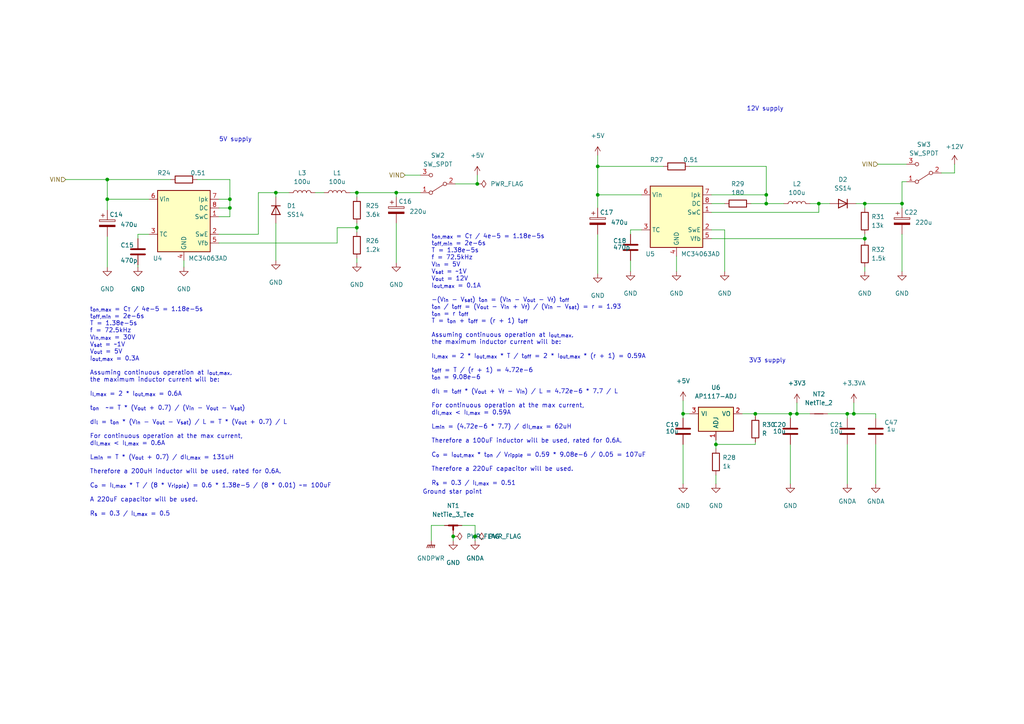
<source format=kicad_sch>
(kicad_sch (version 20211123) (generator eeschema)
  (paper "A4")
  (lib_symbols
    (symbol "Device:C" (pin_numbers hide) (pin_names (offset 0.254))
      (property "Reference" "C" (at 0.635 2.54 0))
      (property "Value" "C" (at 0.635 -2.54 0))
      (symbol "C_0_1"
        (polyline (pts (xy -2.032 -0.762) (xy 2.032 -0.762)) (stroke (width 0.508)))
        (polyline (pts (xy -2.032 0.762) (xy 2.032 0.762)) (stroke (width 0.508)))
      )
      (symbol "C_1_1"
        (pin passive line (at 0 3.81 270) (length 2.794) (name "~") (number "1"))
        (pin passive line (at 0 -3.81 90) (length 2.794) (name "~") (number "2"))
      )
    )
    (symbol "Device:C_Polarized" (pin_numbers hide) (pin_names (offset 0.254))
      (property "Reference" "C" (at 0.635 2.54 0))
      (property "Value" "C_Polarized" (at 0.635 -2.54 0))
      (symbol "C_Polarized_0_1"
        (rectangle (start -2.286 0.508) (end 2.286 1.016))
        (polyline (pts (xy -1.778 2.286) (xy -0.762 2.286)))
        (polyline (pts (xy -1.27 2.794) (xy -1.27 1.778)))
        (rectangle (start 2.286 -0.508) (end -2.286 -1.016) (fill (type outline)))
      )
      (symbol "C_Polarized_1_1"
        (pin passive line (at 0 3.81 270) (length 2.794) (name "~") (number "1"))
        (pin passive line (at 0 -3.81 90) (length 2.794) (name "~") (number "2"))
      )
    )
    (symbol "Device:D" (pin_numbers hide) (pin_names (offset 1.016) hide)
      (property "Reference" "D" (at 0 2.54 0))
      (property "Value" "D" (at 0 -2.54 0))
      (symbol "D_0_1"
        (polyline (pts (xy -1.27 1.27) (xy -1.27 -1.27)) (stroke (width 0.254)))
        (polyline (pts (xy 1.27 0) (xy -1.27 0)))
        (polyline (pts (xy 1.27 1.27) (xy 1.27 -1.27) (xy -1.27 0) (xy 1.27 1.27)) (stroke (width 0.254)))
      )
      (symbol "D_1_1"
        (pin passive line (at -3.81 0 0) (length 2.54) (name "K") (number "1"))
        (pin passive line (at 3.81 0 180) (length 2.54) (name "A") (number "2"))
      )
    )
    (symbol "Device:L" (pin_numbers hide) (pin_names (offset 1.016) hide)
      (property "Reference" "L" (at -1.27 0 90))
      (property "Value" "L" (at 1.905 0 90))
      (symbol "L_0_1"
        (arc (start 0 -2.54) (mid 0.635 -1.905) (end 0 -1.27))
        (arc (start 0 -1.27) (mid 0.635 -0.635) (end 0 0))
        (arc (start 0 0) (mid 0.635 0.635) (end 0 1.27))
        (arc (start 0 1.27) (mid 0.635 1.905) (end 0 2.54))
      )
      (symbol "L_1_1"
        (pin passive line (at 0 3.81 270) (length 1.27) (name "1") (number "1"))
        (pin passive line (at 0 -3.81 90) (length 1.27) (name "2") (number "2"))
      )
    )
    (symbol "Device:NetTie_2" (pin_numbers hide) (pin_names (offset 0) hide)
      (property "Reference" "NT" (at 0 1.27 0))
      (property "Value" "NetTie_2" (at 0 -1.27 0))
      (symbol "NetTie_2_0_1"
        (polyline (pts (xy -1.27 0) (xy 1.27 0)) (stroke (width 0.254)))
      )
      (symbol "NetTie_2_1_1"
        (pin passive line (at -2.54 0 0) (length 2.54) (name "1") (number "1"))
        (pin passive line (at 2.54 0 180) (length 2.54) (name "2") (number "2"))
      )
    )
    (symbol "Device:NetTie_3_Tee" (pin_numbers hide) (pin_names (offset 0) hide)
      (property "Reference" "NT" (at 0 3.175 0))
      (property "Value" "NetTie_3_Tee" (at 0 1.27 0))
      (symbol "NetTie_3_Tee_0_1"
        (polyline (pts (xy -1.27 0) (xy 1.27 0)) (stroke (width 0.254)))
        (polyline (pts (xy -1.27 0) (xy 1.27 0)) (stroke (width 0.508)))
        (polyline (pts (xy 0 -2.54) (xy 0 -2.54)) (stroke (width 0.254)))
        (polyline (pts (xy 0 -1.27) (xy 0 0)) (stroke (width 0.508)))
      )
      (symbol "NetTie_3_Tee_1_1"
        (pin passive line (at -2.54 0 0) (length 2.54) (name "1") (number "1"))
        (pin passive line (at 2.54 0 180) (length 2.54) (name "2") (number "2"))
        (pin passive line (at 0 -2.54 90) (length 2.54) (name "3") (number "3"))
      )
    )
    (symbol "Device:R" (pin_numbers hide) (pin_names (offset 0))
      (property "Reference" "R" (at 2.032 0 90))
      (property "Value" "R" (at 0 0 90))
      (symbol "R_0_1"
        (rectangle (start -1.016 -2.54) (end 1.016 2.54) (stroke (width 0.254)))
      )
      (symbol "R_1_1"
        (pin passive line (at 0 3.81 270) (length 1.27) (name "~") (number "1"))
        (pin passive line (at 0 -3.81 90) (length 1.27) (name "~") (number "2"))
      )
    )
    (symbol "Regulator_Linear:AP1117-ADJ" (pin_names (offset 0.762))
      (property "Reference" "U" (at -3.81 3.175 0))
      (property "Value" "AP1117-ADJ" (at 0 3.175 0))
      (symbol "AP1117-ADJ_0_1"
        (rectangle (start -5.08 -5.08) (end 5.08 1.905) (stroke (width 0.254)) (fill (type background)))
      )
      (symbol "AP1117-ADJ_1_1"
        (pin input line (at 0 -7.62 90) (length 2.54) (name "ADJ") (number "1"))
        (pin power_out line (at 7.62 0 180) (length 2.54) (name "VO") (number "2"))
        (pin power_in line (at -7.62 0 0) (length 2.54) (name "VI") (number "3"))
      )
    )
    (symbol "Regulator_Switching:MC34063AD"
      (property "Reference" "U" (at -7.62 8.89 0))
      (property "Value" "MC34063AD" (at 0 8.89 0))
      (symbol "MC34063AD_0_1"
        (rectangle (start -7.62 7.62) (end 7.62 -10.16) (stroke (width 0.254)) (fill (type background)))
      )
      (symbol "MC34063AD_1_1"
        (pin open_collector line (at 10.16 0 180) (length 2.54) (name "SwC") (number "1"))
        (pin open_emitter line (at 10.16 -5.08 180) (length 2.54) (name "SwE") (number "2"))
        (pin passive line (at -10.16 -5.08 0) (length 2.54) (name "TC") (number "3"))
        (pin power_in line (at 0 -12.7 90) (length 2.54) (name "GND") (number "4"))
        (pin input line (at 10.16 -7.62 180) (length 2.54) (name "Vfb") (number "5"))
        (pin power_in line (at -10.16 5.08 0) (length 2.54) (name "Vin") (number "6"))
        (pin input line (at 10.16 5.08 180) (length 2.54) (name "Ipk") (number "7"))
        (pin open_collector line (at 10.16 2.54 180) (length 2.54) (name "DC") (number "8"))
      )
    )
    (symbol "Switch:SW_SPDT" (pin_names (offset 0) hide)
      (property "Reference" "SW" (at 0 4.318 0))
      (property "Value" "SW_SPDT" (at 0 -5.08 0))
      (symbol "SW_SPDT_0_0"
        (circle (center -2.032 0) (radius 0.508))
        (circle (center 2.032 -2.54) (radius 0.508))
      )
      (symbol "SW_SPDT_0_1"
        (polyline (pts (xy -1.524 0.254) (xy 1.651 2.286)))
        (circle (center 2.032 2.54) (radius 0.508))
      )
      (symbol "SW_SPDT_1_1"
        (pin passive line (at 5.08 2.54 180) (length 2.54) (name "A") (number "1"))
        (pin passive line (at -5.08 0 0) (length 2.54) (name "B") (number "2"))
        (pin passive line (at 5.08 -2.54 180) (length 2.54) (name "C") (number "3"))
      )
    )
    (symbol "power:+12V" (power) (pin_names (offset 0))
      (property "Value" "+12V" (at 0 3.556 0))
      (symbol "+12V_0_1"
        (polyline (pts (xy -0.762 1.27) (xy 0 2.54)))
        (polyline (pts (xy 0 0) (xy 0 2.54)))
        (polyline (pts (xy 0 2.54) (xy 0.762 1.27)))
      )
      (symbol "+12V_1_1"
        (pin power_in line (at 0 0 90) (length 0) hide (name "+12V") (number "1"))
      )
    )
    (symbol "power:+3.3V" (power) (pin_names (offset 0))
      (property "Value" "+3.3V" (at 0 3.556 0))
      (symbol "+3.3V_0_1"
        (polyline (pts (xy -0.762 1.27) (xy 0 2.54)))
        (polyline (pts (xy 0 0) (xy 0 2.54)))
        (polyline (pts (xy 0 2.54) (xy 0.762 1.27)))
      )
      (symbol "+3.3V_1_1"
        (pin power_in line (at 0 0 90) (length 0) hide (name "+3V3") (number "1"))
      )
    )
    (symbol "power:+3.3VA" (power) (pin_names (offset 0))
      (property "Value" "+3.3VA" (at 0 3.556 0))
      (symbol "+3.3VA_0_1"
        (polyline (pts (xy -0.762 1.27) (xy 0 2.54)))
        (polyline (pts (xy 0 0) (xy 0 2.54)))
        (polyline (pts (xy 0 2.54) (xy 0.762 1.27)))
      )
      (symbol "+3.3VA_1_1"
        (pin power_in line (at 0 0 90) (length 0) hide (name "+3.3VA") (number "1"))
      )
    )
    (symbol "power:+5V" (power) (pin_names (offset 0))
      (property "Value" "+5V" (at 0 3.556 0))
      (symbol "+5V_0_1"
        (polyline (pts (xy -0.762 1.27) (xy 0 2.54)))
        (polyline (pts (xy 0 0) (xy 0 2.54)))
        (polyline (pts (xy 0 2.54) (xy 0.762 1.27)))
      )
      (symbol "+5V_1_1"
        (pin power_in line (at 0 0 90) (length 0) hide (name "+5V") (number "1"))
      )
    )
    (symbol "power:GND" (power) (pin_names (offset 0))
      (property "Value" "GND" (at 0 -3.81 0))
      (symbol "GND_0_1"
        (polyline (pts (xy 0 0) (xy 0 -1.27) (xy 1.27 -1.27) (xy 0 -2.54) (xy -1.27 -1.27) (xy 0 -1.27)))
      )
      (symbol "GND_1_1"
        (pin power_in line (at 0 0 270) (length 0) hide (name "GND") (number "1"))
      )
    )
    (symbol "power:GNDA" (power) (pin_names (offset 0))
      (property "Value" "GNDA" (at 0 -3.81 0))
      (symbol "GNDA_0_1"
        (polyline (pts (xy 0 0) (xy 0 -1.27) (xy 1.27 -1.27) (xy 0 -2.54) (xy -1.27 -1.27) (xy 0 -1.27)))
      )
      (symbol "GNDA_1_1"
        (pin power_in line (at 0 0 270) (length 0) hide (name "GNDA") (number "1"))
      )
    )
    (symbol "power:GNDPWR" (power) (pin_names (offset 0))
      (property "Value" "GNDPWR" (at 0 -3.302 0))
      (symbol "GNDPWR_0_1"
        (polyline (pts (xy 0 -1.27) (xy 0 0)))
        (polyline (pts (xy -1.016 -1.27) (xy -1.27 -2.032) (xy -1.27 -2.032)) (stroke (width 0.2032)))
        (polyline (pts (xy -0.508 -1.27) (xy -0.762 -2.032) (xy -0.762 -2.032)) (stroke (width 0.2032)))
        (polyline (pts (xy 0 -1.27) (xy -0.254 -2.032) (xy -0.254 -2.032)) (stroke (width 0.2032)))
        (polyline (pts (xy 0.508 -1.27) (xy 0.254 -2.032) (xy 0.254 -2.032)) (stroke (width 0.2032)))
        (polyline (pts (xy 1.016 -1.27) (xy -1.016 -1.27) (xy -1.016 -1.27)) (stroke (width 0.2032)))
        (polyline (pts (xy 1.016 -1.27) (xy 0.762 -2.032) (xy 0.762 -2.032) (xy 0.762 -2.032)) (stroke (width 0.2032)))
      )
      (symbol "GNDPWR_1_1"
        (pin power_in line (at 0 0 270) (length 0) hide (name "GNDPWR") (number "1"))
      )
    )
    (symbol "power:PWR_FLAG" (power) (pin_numbers hide) (pin_names (offset 0) hide)
      (property "Value" "PWR_FLAG" (at 0 3.81 0))
      (symbol "PWR_FLAG_0_0"
        (pin power_out line (at 0 0 90) (length 0) (name "pwr") (number "1"))
      )
      (symbol "PWR_FLAG_0_1"
        (polyline (pts (xy 0 0) (xy 0 1.27) (xy -1.016 1.905) (xy 0 2.54) (xy 1.016 1.905) (xy 0 1.27)))
      )
    )
  )
  (junction (at 103.505 66.04))
  (junction (at 66.675 60.325))
  (junction (at 173.355 48.26))
  (junction (at 114.935 55.88))
  (junction (at 198.12 120.015))
  (junction (at 231.14 120.015))
  (junction (at 173.355 56.515))
  (junction (at 247.65 120.015))
  (junction (at 250.825 69.215))
  (junction (at 207.645 128.905))
  (junction (at 137.795 155.575))
  (junction (at 80.01 55.88))
  (junction (at 219.075 120.015))
  (junction (at 222.25 59.055))
  (junction (at 103.505 55.88))
  (junction (at 222.25 56.515))
  (junction (at 66.675 57.785))
  (junction (at 131.445 155.575))
  (junction (at 229.235 120.015))
  (junction (at 261.62 59.055))
  (junction (at 31.115 57.785))
  (junction (at 245.745 120.015))
  (junction (at 250.825 59.055))
  (junction (at 31.115 52.07))
  (junction (at 237.49 59.055))
  (junction (at 138.43 53.34))
  (wire (pts (xy 215.265 120.015) (xy 219.075 120.015)))
  (wire (pts (xy 219.075 128.905) (xy 207.645 128.905)))
  (wire (pts (xy 206.375 56.515) (xy 222.25 56.515)))
  (wire (pts (xy 97.79 66.04) (xy 103.505 66.04)))
  (wire (pts (xy 80.01 64.77) (xy 80.01 75.565)))
  (wire (pts (xy 254 120.015) (xy 254 121.285)))
  (wire (pts (xy 247.65 120.015) (xy 254 120.015)))
  (wire (pts (xy 43.18 57.785) (xy 31.115 57.785)))
  (wire (pts (xy 114.935 55.88) (xy 121.92 55.88)))
  (wire (pts (xy 131.445 155.575) (xy 131.445 156.845)))
  (wire (pts (xy 247.65 116.84) (xy 247.65 120.015)))
  (wire (pts (xy 125.095 152.4) (xy 125.095 156.845)))
  (wire (pts (xy 222.25 59.055) (xy 227.33 59.055)))
  (wire (pts (xy 173.355 67.945) (xy 173.355 79.375)))
  (wire (pts (xy 173.355 56.515) (xy 173.355 60.325)))
  (wire (pts (xy 74.93 55.88) (xy 80.01 55.88)))
  (wire (pts (xy 261.62 59.055) (xy 261.62 60.325)))
  (wire (pts (xy 206.375 69.215) (xy 250.825 69.215)))
  (wire (pts (xy 66.675 62.865) (xy 66.675 60.325)))
  (wire (pts (xy 182.88 67.945) (xy 182.88 66.675)))
  (wire (pts (xy 101.6 55.88) (xy 103.505 55.88)))
  (wire (pts (xy 200.025 48.26) (xy 222.25 48.26)))
  (wire (pts (xy 237.49 59.055) (xy 240.665 59.055)))
  (wire (pts (xy 114.935 57.15) (xy 114.935 55.88)))
  (wire (pts (xy 196.215 74.295) (xy 196.215 78.74)))
  (wire (pts (xy 206.375 59.055) (xy 210.185 59.055)))
  (wire (pts (xy 103.505 55.88) (xy 103.505 57.15)))
  (wire (pts (xy 57.15 52.07) (xy 66.675 52.07)))
  (wire (pts (xy 114.935 64.77) (xy 114.935 76.2)))
  (wire (pts (xy 19.05 52.07) (xy 31.115 52.07)))
  (wire (pts (xy 206.375 66.675) (xy 210.185 66.675)))
  (wire (pts (xy 138.43 50.8) (xy 138.43 53.34)))
  (wire (pts (xy 229.235 120.015) (xy 231.14 120.015)))
  (wire (pts (xy 219.075 120.015) (xy 229.235 120.015)))
  (wire (pts (xy 237.49 61.595) (xy 206.375 61.595)))
  (wire (pts (xy 63.5 62.865) (xy 66.675 62.865)))
  (wire (pts (xy 80.01 55.88) (xy 83.82 55.88)))
  (wire (pts (xy 66.675 60.325) (xy 66.675 57.785)))
  (wire (pts (xy 247.65 120.015) (xy 245.745 120.015)))
  (wire (pts (xy 97.79 70.485) (xy 97.79 66.04)))
  (wire (pts (xy 128.905 152.4) (xy 125.095 152.4)))
  (wire (pts (xy 248.285 59.055) (xy 250.825 59.055)))
  (wire (pts (xy 207.645 127.635) (xy 207.645 128.905)))
  (wire (pts (xy 250.825 69.215) (xy 250.825 69.85)))
  (wire (pts (xy 231.14 120.015) (xy 234.95 120.015)))
  (wire (pts (xy 137.795 152.4) (xy 137.795 155.575)))
  (wire (pts (xy 192.405 48.26) (xy 173.355 48.26)))
  (wire (pts (xy 103.505 66.04) (xy 103.505 67.31)))
  (wire (pts (xy 31.115 52.07) (xy 49.53 52.07)))
  (wire (pts (xy 198.12 116.205) (xy 198.12 120.015)))
  (wire (pts (xy 207.645 137.795) (xy 207.645 140.335)))
  (wire (pts (xy 219.075 120.015) (xy 219.075 120.65)))
  (wire (pts (xy 103.505 64.77) (xy 103.505 66.04)))
  (wire (pts (xy 182.88 66.675) (xy 186.055 66.675)))
  (wire (pts (xy 222.25 59.055) (xy 222.25 56.515)))
  (wire (pts (xy 222.25 48.26) (xy 222.25 56.515)))
  (wire (pts (xy 254 128.905) (xy 254 140.335)))
  (wire (pts (xy 250.825 59.055) (xy 261.62 59.055)))
  (wire (pts (xy 80.01 55.88) (xy 80.01 57.15)))
  (wire (pts (xy 53.34 75.565) (xy 53.34 77.47)))
  (wire (pts (xy 229.235 120.015) (xy 229.235 121.285)))
  (wire (pts (xy 103.505 55.88) (xy 114.935 55.88)))
  (wire (pts (xy 31.115 68.58) (xy 31.115 77.47)))
  (wire (pts (xy 210.185 66.675) (xy 210.185 78.74)))
  (wire (pts (xy 245.745 128.905) (xy 245.745 140.335)))
  (wire (pts (xy 66.675 57.785) (xy 63.5 57.785)))
  (wire (pts (xy 103.505 74.93) (xy 103.505 76.2)))
  (wire (pts (xy 250.825 59.055) (xy 250.825 60.325)))
  (wire (pts (xy 131.445 154.94) (xy 131.445 155.575)))
  (wire (pts (xy 261.62 67.945) (xy 261.62 78.74)))
  (wire (pts (xy 74.93 67.945) (xy 74.93 55.88)))
  (wire (pts (xy 207.645 128.905) (xy 207.645 130.175)))
  (wire (pts (xy 231.14 116.84) (xy 231.14 120.015)))
  (wire (pts (xy 137.795 155.575) (xy 137.795 156.845)))
  (wire (pts (xy 234.95 59.055) (xy 237.49 59.055)))
  (wire (pts (xy 173.355 56.515) (xy 186.055 56.515)))
  (wire (pts (xy 173.355 45.085) (xy 173.355 48.26)))
  (wire (pts (xy 276.86 50.165) (xy 273.05 50.165)))
  (wire (pts (xy 63.5 60.325) (xy 66.675 60.325)))
  (wire (pts (xy 173.355 48.26) (xy 173.355 56.515)))
  (wire (pts (xy 245.745 120.015) (xy 245.745 121.285)))
  (wire (pts (xy 31.115 57.785) (xy 31.115 52.07)))
  (wire (pts (xy 219.075 128.27) (xy 219.075 128.905)))
  (wire (pts (xy 276.86 47.625) (xy 276.86 50.165)))
  (wire (pts (xy 254.635 47.625) (xy 262.89 47.625)))
  (wire (pts (xy 217.805 59.055) (xy 222.25 59.055)))
  (wire (pts (xy 198.12 128.905) (xy 198.12 140.335)))
  (wire (pts (xy 261.62 52.705) (xy 261.62 59.055)))
  (wire (pts (xy 63.5 67.945) (xy 74.93 67.945)))
  (wire (pts (xy 63.5 70.485) (xy 97.79 70.485)))
  (wire (pts (xy 40.005 67.945) (xy 43.18 67.945)))
  (wire (pts (xy 40.005 69.215) (xy 40.005 67.945)))
  (wire (pts (xy 198.12 120.015) (xy 200.025 120.015)))
  (wire (pts (xy 237.49 59.055) (xy 237.49 61.595)))
  (wire (pts (xy 133.985 152.4) (xy 137.795 152.4)))
  (wire (pts (xy 40.005 76.835) (xy 40.005 77.47)))
  (wire (pts (xy 229.235 128.905) (xy 229.235 140.335)))
  (wire (pts (xy 250.825 77.47) (xy 250.825 78.74)))
  (wire (pts (xy 91.44 55.88) (xy 93.98 55.88)))
  (wire (pts (xy 240.03 120.015) (xy 245.745 120.015)))
  (wire (pts (xy 117.475 50.8) (xy 121.92 50.8)))
  (wire (pts (xy 262.89 52.705) (xy 261.62 52.705)))
  (wire (pts (xy 250.825 67.945) (xy 250.825 69.215)))
  (wire (pts (xy 198.12 120.015) (xy 198.12 121.285)))
  (wire (pts (xy 132.08 53.34) (xy 138.43 53.34)))
  (wire (pts (xy 31.115 57.785) (xy 31.115 60.96)))
  (wire (pts (xy 182.88 75.565) (xy 182.88 78.74)))
  (wire (pts (xy 66.675 52.07) (xy 66.675 57.785)))
  (text "5V supply" (at 63.5 41.275 0) (effects (font (size 1.27 1.27)) (justify left bottom)))
  (text "12V supply" (at 216.535 32.385 0) (effects (font (size 1.27 1.27)) (justify left bottom)))
  (text "t_{on,max} = C_{T} / 4e-5 = 1.18e-5s\nt_{off,min} = 2e-6s\nT = 1.38e-5s\nf = 72.5kHz\nV_{in} = 5V\nV_{sat} = ~1V\nV_{out} = 12V\nI_{out,max} = 0.1A\n\n-(V_{in} - V_{sat}) t_{on} = (V_{in} - V_{out} - V_{f}) t_{off}\nt_{on} / t_{off} = (V_{out} - V_{in} + V_{f}) / (V_{in} - V_{sat}) = r = 1.93\nt_{on} = r t_{off}\nT = t_{on} + t_{off} = (r + 1) t_{off}\n\nAssuming continuous operation at I_{out,max},\nthe maximum inductor current will be:\n\nI_{l,max} = 2 * I_{out,max} * T / t_{off} = 2 * I_{out,max} * (r + 1) = 0.59A\n\nt_{off} = T / (r + 1) = 4.72e-6\nt_{on} = 9.08e-6\n\ndI_{l} = t_{off} * (V_{out} + V_{f} - V_{in}) / L = 4.72e-6 * 7.7 / L\n\nFor continuous operation at the max current,\ndI_{l,max} < I_{l,max} = 0.59A\n\nL_{min} = (4.72e-6 * 7.7) / dI_{l,max} = 62uH\n\nTherefore a 100uF inductor will be used, rated for 0.6A.\n\nC_{o} = I_{out,max} * t_{on} / V_{ripple} = 0.59 * 9.08e-6 / 0.05 = 107uF\n\nTherefore a 220uF capacitor will be used.\n\nR_{s} = 0.3 / I_{l,max} = 0.51" (at 125.095 140.97 0) (effects (font (size 1.27 1.27)) (justify left bottom)))
  (text "t_{on,max} = C_{T} / 4e-5 = 1.18e-5s\nt_{off,min} = 2e-6s\nT = 1.38e-5s\nf = 72.5kHz\nV_{in,max} = 30V\nV_{sat} = ~1V\nV_{out} = 5V\nI_{out,max} = 0.3A\n\nAssuming continuous operation at I_{out,max},\nthe maximum inductor current will be:\n\nI_{l,max} = 2 * I_{out,max} = 0.6A\n\nt_{on}  ~= T * (V_{out} + 0.7) / (V_{in} - V_{out} - V_{sat})\n\ndI_{l} = t_{on} * (V_{in} - V_{out} - V_{sat}) / L = T * (V_{out} + 0.7) / L\n\nFor continuous operation at the max current,\ndI_{l,max} < I_{l,max} = 0.6A\n\nL_{min} = T * (V_{out} + 0.7) / dI_{l,max} = 131uH\n\nTherefore a 200uH inductor will be used, rated for 0.6A.\n\nC_{o} = I_{l,max} * T / (8 * V_{ripple}) = 0.6 * 1.38e-5 / (8 * 0.01) ~= 100uF\n\nA 220uF capacitor will be used.\n\nR_{s} = 0.3 / I_{l,max} = 0.5" (at 26.035 149.86 0) (effects (font (size 1.27 1.27)) (justify left bottom)))
  (text "3V3 supply" (at 217.17 105.41 0) (effects (font (size 1.27 1.27)) (justify left bottom)))
  (text "Ground star point" (at 122.555 143.51 0) (effects (font (size 1.27 1.27)) (justify left bottom)))
  (hierarchical_label "VIN" (shape input) (at 254.635 47.625 180))
  (hierarchical_label "VIN" (shape input) (at 117.475 50.8 180))
  (hierarchical_label "VIN" (shape input) (at 19.05 52.07 180))
  (symbol (lib_id "power:PWR_FLAG") (at 138.43 53.34 270) (unit 1)
    (property "Reference" "#FLG0103" (effects hide))
    (property "Value" "PWR_FLAG" (at 142.24 53.3399 90) (effects (justify left)))
  )
  (symbol (lib_id "power:GNDA") (at 137.795 156.845 0) (unit 1)
    (property "Reference" "#PWR0149" (effects hide))
    (property "Value" "GNDA" (at 137.795 161.925 0))
  )
  (symbol (lib_id "Device:L") (at 97.79 55.88 90) (unit 1)
    (property "Reference" "L1" (at 97.79 50.165 90))
    (property "Value" "100u" (at 97.79 52.705 90))
    (property "Footprint" "Inductor_SMD:L_Sumida_CR75" (effects hide))
  )
  (symbol (lib_id "Device:D") (at 80.01 60.96 270) (unit 1)
    (property "Reference" "D1" (at 83.185 59.6899 90) (effects (justify left)))
    (property "Value" "SS14" (at 83.185 62.2299 90) (effects (justify left)))
    (property "Footprint" "Diode_SMD:D_SMA" (effects hide))
  )
  (symbol (lib_id "Device:NetTie_2") (at 237.49 120.015 0) (unit 1)
    (property "Reference" "NT2" (at 237.49 114.3 0))
    (property "Value" "NetTie_2" (at 237.49 116.84 0))
    (property "Footprint" "footprints:Nettie2" (effects hide))
  )
  (symbol (lib_id "power:GND") (at 40.005 77.47 0) (unit 1)
    (property "Reference" "#PWR0157" (effects hide))
    (property "Value" "GND" (at 40.005 83.82 0))
  )
  (symbol (lib_id "Device:C_Polarized") (at 173.355 64.135 0) (unit 1)
    (property "Reference" "C17" (at 173.99 61.595 0) (effects (justify left)))
    (property "Value" "470u" (at 177.165 64.5159 0) (effects (justify left)))
    (property "Footprint" "Capacitor_THT:CP_Radial_D10.0mm_P5.00mm" (effects hide))
  )
  (symbol (lib_id "Device:L") (at 87.63 55.88 90) (unit 1)
    (property "Reference" "L3" (at 87.63 50.165 90))
    (property "Value" "100u" (at 87.63 52.705 90))
    (property "Footprint" "Inductor_SMD:L_Sumida_CR75" (effects hide))
  )
  (symbol (lib_id "power:PWR_FLAG") (at 131.445 155.575 270) (unit 1)
    (property "Reference" "#FLG03" (effects hide))
    (property "Value" "PWR_FLAG" (at 135.255 155.5749 90) (effects (justify left)))
  )
  (symbol (lib_id "Device:C_Polarized") (at 31.115 64.77 0) (unit 1)
    (property "Reference" "C14" (at 31.75 62.23 0) (effects (justify left)))
    (property "Value" "470u" (at 34.925 65.1509 0) (effects (justify left)))
    (property "Footprint" "Capacitor_THT:CP_Radial_D10.0mm_P5.00mm" (effects hide))
  )
  (symbol (lib_id "Device:R") (at 53.34 52.07 90) (unit 1)
    (property "Reference" "R24" (at 49.53 50.165 90) (effects (justify left)))
    (property "Value" "0.51" (at 59.69 50.165 90) (effects (justify left)))
    (property "Footprint" "Resistor_SMD:R_1206_3216Metric" (effects hide))
  )
  (symbol (lib_id "Device:C") (at 40.005 73.025 0) (unit 1)
    (property "Reference" "C15" (at 34.925 71.12 0) (effects (justify left)))
    (property "Value" "470p" (at 34.925 75.565 0) (effects (justify left)))
    (property "Footprint" "Capacitor_SMD:C_0603_1608Metric" (effects hide))
  )
  (symbol (lib_id "power:+5V") (at 198.12 116.205 0) (unit 1)
    (property "Reference" "#PWR0143" (effects hide))
    (property "Value" "+5V" (at 198.12 110.49 0))
  )
  (symbol (lib_id "Device:D") (at 244.475 59.055 180) (unit 1)
    (property "Reference" "D2" (at 244.475 52.07 0))
    (property "Value" "SS14" (at 244.475 54.61 0))
    (property "Footprint" "Diode_SMD:D_SMA" (effects hide))
  )
  (symbol (lib_id "power:GNDA") (at 245.745 140.335 0) (unit 1)
    (property "Reference" "#PWR0145" (effects hide))
    (property "Value" "GNDA" (at 245.745 145.415 0))
  )
  (symbol (lib_id "power:GND") (at 261.62 78.74 0) (unit 1)
    (property "Reference" "#PWR0153" (effects hide))
    (property "Value" "GND" (at 261.62 85.09 0))
  )
  (symbol (lib_id "power:+3.3VA") (at 247.65 116.84 0) (unit 1)
    (property "Reference" "#PWR0150" (effects hide))
    (property "Value" "+3.3VA" (at 247.65 111.125 0))
  )
  (symbol (lib_id "Device:C") (at 229.235 125.095 0) (unit 1)
    (property "Reference" "C20" (at 224.155 123.19 0) (effects (justify left)))
    (property "Value" "10u" (at 224.155 125.095 0) (effects (justify left)))
    (property "Footprint" "Capacitor_SMD:C_0805_2012Metric" (effects hide))
  )
  (symbol (lib_id "Regulator_Switching:MC34063AD") (at 196.215 61.595 0) (unit 1)
    (property "Reference" "U5" (at 188.595 73.66 0))
    (property "Value" "MC34063AD" (at 203.2 73.66 0))
    (property "Footprint" "Package_SO:SOIC-8_3.9x4.9mm_P1.27mm" (effects hide))
    (property "Datasheet" "http://www.onsemi.com/pub_link/Collateral/MC34063A-D.PDF" (effects hide))
  )
  (symbol (lib_id "Device:R") (at 196.215 48.26 90) (unit 1)
    (property "Reference" "R27" (at 192.405 46.355 90) (effects (justify left)))
    (property "Value" "0.51" (at 202.565 46.355 90) (effects (justify left)))
    (property "Footprint" "Resistor_SMD:R_1206_3216Metric" (effects hide))
  )
  (symbol (lib_id "Device:C") (at 245.745 125.095 0) (unit 1)
    (property "Reference" "C21" (at 240.665 123.19 0) (effects (justify left)))
    (property "Value" "10u" (at 240.665 125.095 0) (effects (justify left)))
    (property "Footprint" "Capacitor_SMD:C_0805_2012Metric" (effects hide))
  )
  (symbol (lib_id "power:PWR_FLAG") (at 137.795 155.575 270) (unit 1)
    (property "Reference" "#FLG04" (effects hide))
    (property "Value" "PWR_FLAG" (at 141.605 155.5749 90) (effects (justify left)))
  )
  (symbol (lib_id "Device:R") (at 250.825 64.135 0) (unit 1)
    (property "Reference" "R31" (at 252.73 62.8649 0) (effects (justify left)))
    (property "Value" "13k" (at 252.73 65.4049 0) (effects (justify left)))
    (property "Footprint" "Resistor_SMD:R_0603_1608Metric" (effects hide))
  )
  (symbol (lib_id "Regulator_Linear:AP1117-ADJ") (at 207.645 120.015 0) (unit 1)
    (property "Reference" "U6" (at 207.645 112.395 0))
    (property "Value" "AP1117-ADJ" (at 207.645 114.935 0))
    (property "Footprint" "Package_TO_SOT_SMD:SOT-223-3_TabPin2" (effects hide))
    (property "Datasheet" "http://www.diodes.com/datasheets/AP1117.pdf" (effects hide))
  )
  (symbol (lib_id "Device:C_Polarized") (at 261.62 64.135 0) (unit 1)
    (property "Reference" "C22" (at 262.255 61.595 0) (effects (justify left)))
    (property "Value" "220u" (at 265.43 64.5159 0) (effects (justify left)))
    (property "Footprint" "Capacitor_THT:CP_Radial_D8.0mm_P3.50mm" (effects hide))
  )
  (symbol (lib_id "Device:C") (at 254 125.095 0) (unit 1)
    (property "Reference" "C47" (at 258.445 122.555 0))
    (property "Value" "1u" (at 258.445 124.46 0))
    (property "Footprint" "Capacitor_SMD:C_0603_1608Metric" (effects hide))
  )
  (symbol (lib_id "power:+5V") (at 138.43 50.8 0) (unit 1)
    (property "Reference" "#PWR0137" (effects hide))
    (property "Value" "+5V" (at 138.43 45.085 0))
  )
  (symbol (lib_id "Device:C") (at 198.12 125.095 0) (unit 1)
    (property "Reference" "C19" (at 193.04 123.19 0) (effects (justify left)))
    (property "Value" "10u" (at 193.04 125.095 0) (effects (justify left)))
    (property "Footprint" "Capacitor_SMD:C_0805_2012Metric" (effects hide))
  )
  (symbol (lib_id "Device:R") (at 103.505 71.12 0) (unit 1)
    (property "Reference" "R26" (at 106.045 69.8499 0) (effects (justify left)))
    (property "Value" "1.2k" (at 106.045 72.3899 0) (effects (justify left)))
    (property "Footprint" "Resistor_SMD:R_0603_1608Metric" (effects hide))
  )
  (symbol (lib_id "Device:C") (at 182.88 71.755 0) (unit 1)
    (property "Reference" "C18" (at 177.8 69.85 0) (effects (justify left)))
    (property "Value" "470p" (at 177.8 71.755 0) (effects (justify left)))
    (property "Footprint" "Capacitor_SMD:C_0603_1608Metric" (effects hide))
  )
  (symbol (lib_id "power:GND") (at 229.235 140.335 0) (unit 1)
    (property "Reference" "#PWR0146" (effects hide))
    (property "Value" "GND" (at 229.235 146.685 0))
  )
  (symbol (lib_id "Regulator_Switching:MC34063AD") (at 53.34 62.865 0) (unit 1)
    (property "Reference" "U4" (at 45.72 74.93 0))
    (property "Value" "MC34063AD" (at 60.325 74.93 0))
    (property "Footprint" "Package_SO:SOIC-8_3.9x4.9mm_P1.27mm" (effects hide))
    (property "Datasheet" "http://www.onsemi.com/pub_link/Collateral/MC34063A-D.PDF" (effects hide))
  )
  (symbol (lib_id "power:GND") (at 173.355 79.375 0) (unit 1)
    (property "Reference" "#PWR0138" (effects hide))
    (property "Value" "GND" (at 173.355 85.725 0))
  )
  (symbol (lib_id "power:+5V") (at 173.355 45.085 0) (unit 1)
    (property "Reference" "#PWR0142" (effects hide))
    (property "Value" "+5V" (at 173.355 39.37 0))
  )
  (symbol (lib_id "Device:R") (at 207.645 133.985 0) (unit 1)
    (property "Reference" "R28" (at 209.55 132.7149 0) (effects (justify left)))
    (property "Value" "1k" (at 209.55 135.2549 0) (effects (justify left)))
    (property "Footprint" "Resistor_SMD:R_0603_1608Metric" (effects hide))
  )
  (symbol (lib_id "Switch:SW_SPDT") (at 267.97 50.165 180) (unit 1)
    (property "Reference" "SW3" (at 267.97 41.91 0))
    (property "Value" "SW_SPDT" (at 267.97 44.45 0))
    (property "Footprint" "Connector_PinHeader_2.54mm:PinHeader_1x03_P2.54mm_Vertical" (effects hide))
  )
  (symbol (lib_id "power:+12V") (at 276.86 47.625 0) (unit 1)
    (property "Reference" "#PWR0155" (effects hide))
    (property "Value" "+12V" (at 276.86 42.545 0))
  )
  (symbol (lib_id "power:GND") (at 196.215 78.74 0) (unit 1)
    (property "Reference" "#PWR0140" (effects hide))
    (property "Value" "GND" (at 196.215 85.09 0))
  )
  (symbol (lib_id "power:GND") (at 114.935 76.2 0) (unit 1)
    (property "Reference" "#PWR0135" (effects hide))
    (property "Value" "GND" (at 114.935 82.55 0))
  )
  (symbol (lib_id "Device:R") (at 103.505 60.96 0) (unit 1)
    (property "Reference" "R25" (at 106.045 59.6899 0) (effects (justify left)))
    (property "Value" "3.6k" (at 106.045 62.2299 0) (effects (justify left)))
    (property "Footprint" "Resistor_SMD:R_0603_1608Metric" (effects hide))
  )
  (symbol (lib_id "power:GNDA") (at 254 140.335 0) (unit 1)
    (property "Reference" "#PWR01" (effects hide))
    (property "Value" "GNDA" (at 254 145.415 0))
  )
  (symbol (lib_id "power:GND") (at 182.88 78.74 0) (unit 1)
    (property "Reference" "#PWR0139" (effects hide))
    (property "Value" "GND" (at 182.88 85.09 0))
  )
  (symbol (lib_id "power:GND") (at 131.445 156.845 0) (unit 1)
    (property "Reference" "#PWR0147" (effects hide))
    (property "Value" "GND" (at 131.445 163.195 0))
  )
  (symbol (lib_id "power:GND") (at 207.645 140.335 0) (unit 1)
    (property "Reference" "#PWR0151" (effects hide))
    (property "Value" "GND" (at 207.645 146.685 0))
  )
  (symbol (lib_id "power:GND") (at 31.115 77.47 0) (unit 1)
    (property "Reference" "#PWR0156" (effects hide))
    (property "Value" "GND" (at 31.115 83.82 0))
  )
  (symbol (lib_id "Device:R") (at 213.995 59.055 90) (unit 1)
    (property "Reference" "R29" (at 213.995 53.34 90))
    (property "Value" "180" (at 213.995 55.88 90))
    (property "Footprint" "Resistor_SMD:R_0603_1608Metric" (effects hide))
  )
  (symbol (lib_id "power:GND") (at 103.505 76.2 0) (unit 1)
    (property "Reference" "#PWR0136" (effects hide))
    (property "Value" "GND" (at 103.505 82.55 0))
  )
  (symbol (lib_id "Device:C_Polarized") (at 114.935 60.96 0) (unit 1)
    (property "Reference" "C16" (at 115.57 58.42 0) (effects (justify left)))
    (property "Value" "220u" (at 118.745 61.3409 0) (effects (justify left)))
    (property "Footprint" "Capacitor_THT:CP_Radial_D8.0mm_P3.50mm" (effects hide))
  )
  (symbol (lib_id "power:GND") (at 250.825 78.74 0) (unit 1)
    (property "Reference" "#PWR0154" (effects hide))
    (property "Value" "GND" (at 250.825 85.09 0))
  )
  (symbol (lib_id "Device:L") (at 231.14 59.055 90) (unit 1)
    (property "Reference" "L2" (at 231.14 53.34 90))
    (property "Value" "100u" (at 231.14 55.88 90))
    (property "Footprint" "Inductor_SMD:L_Sumida_CR75" (effects hide))
  )
  (symbol (lib_id "power:GND") (at 198.12 140.335 0) (unit 1)
    (property "Reference" "#PWR0152" (effects hide))
    (property "Value" "GND" (at 198.12 146.685 0))
  )
  (symbol (lib_id "power:GND") (at 80.01 75.565 0) (unit 1)
    (property "Reference" "#PWR0134" (effects hide))
    (property "Value" "GND" (at 80.01 81.915 0))
  )
  (symbol (lib_id "power:GNDPWR") (at 125.095 156.845 0) (unit 1)
    (property "Reference" "#PWR0148" (effects hide))
    (property "Value" "GNDPWR" (at 124.968 161.925 0))
  )
  (symbol (lib_id "Switch:SW_SPDT") (at 127 53.34 180) (unit 1)
    (property "Reference" "SW2" (at 127 45.085 0))
    (property "Value" "SW_SPDT" (at 127 47.625 0))
    (property "Footprint" "Connector_PinHeader_2.54mm:PinHeader_1x03_P2.54mm_Vertical" (effects hide))
  )
  (symbol (lib_id "Device:R") (at 250.825 73.66 0) (unit 1)
    (property "Reference" "R32" (at 252.73 72.3899 0) (effects (justify left)))
    (property "Value" "1.5k" (at 252.73 74.9299 0) (effects (justify left)))
    (property "Footprint" "Resistor_SMD:R_0603_1608Metric" (effects hide))
  )
  (symbol (lib_id "power:+3.3V") (at 231.14 116.84 0) (unit 1)
    (property "Reference" "#PWR0144" (effects hide))
    (property "Value" "+3.3V" (at 231.14 111.125 0))
  )
  (symbol (lib_id "power:GND") (at 53.34 77.47 0) (unit 1)
    (property "Reference" "#PWR0158" (effects hide))
    (property "Value" "GND" (at 53.34 83.82 0))
  )
  (symbol (lib_id "Device:R") (at 219.075 124.46 0) (unit 1)
    (property "Reference" "R30" (at 220.98 123.1899 0) (effects (justify left)))
    (property "Value" "R" (at 220.98 125.7299 0) (effects (justify left)))
    (property "Footprint" "Resistor_SMD:R_0603_1608Metric" (effects hide))
  )
  (symbol (lib_id "Device:NetTie_3_Tee") (at 131.445 152.4 0) (unit 1)
    (property "Reference" "NT1" (at 131.445 146.685 0))
    (property "Value" "NetTie_3_Tee" (at 131.445 149.225 0))
    (property "Footprint" "footprints:Nettie3" (effects hide))
  )
  (symbol (lib_id "power:GND") (at 210.185 78.74 0) (unit 1)
    (property "Reference" "#PWR0141" (effects hide))
    (property "Value" "GND" (at 210.185 85.09 0))
  )
)
</source>
